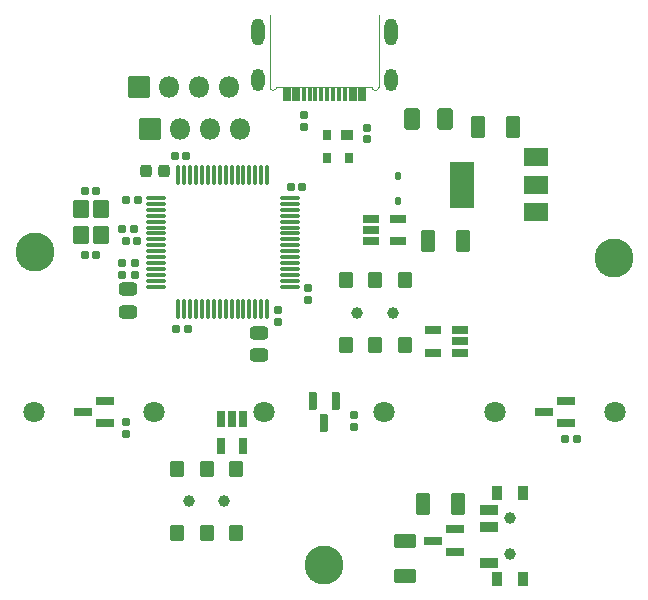
<source format=gbr>
%TF.GenerationSoftware,KiCad,Pcbnew,(7.0.0-0)*%
%TF.CreationDate,2023-03-26T23:48:35-05:00*%
%TF.ProjectId,RP2040_minimal,52503230-3430-45f6-9d69-6e696d616c2e,REV1*%
%TF.SameCoordinates,Original*%
%TF.FileFunction,Soldermask,Top*%
%TF.FilePolarity,Negative*%
%FSLAX46Y46*%
G04 Gerber Fmt 4.6, Leading zero omitted, Abs format (unit mm)*
G04 Created by KiCad (PCBNEW (7.0.0-0)) date 2023-03-26 23:48:35*
%MOMM*%
%LPD*%
G01*
G04 APERTURE LIST*
G04 Aperture macros list*
%AMRoundRect*
0 Rectangle with rounded corners*
0 $1 Rounding radius*
0 $2 $3 $4 $5 $6 $7 $8 $9 X,Y pos of 4 corners*
0 Add a 4 corners polygon primitive as box body*
4,1,4,$2,$3,$4,$5,$6,$7,$8,$9,$2,$3,0*
0 Add four circle primitives for the rounded corners*
1,1,$1+$1,$2,$3*
1,1,$1+$1,$4,$5*
1,1,$1+$1,$6,$7*
1,1,$1+$1,$8,$9*
0 Add four rect primitives between the rounded corners*
20,1,$1+$1,$2,$3,$4,$5,0*
20,1,$1+$1,$4,$5,$6,$7,0*
20,1,$1+$1,$6,$7,$8,$9,0*
20,1,$1+$1,$8,$9,$2,$3,0*%
G04 Aperture macros list end*
%TA.AperFunction,Profile*%
%ADD10C,0.120000*%
%TD*%
%ADD11RoundRect,0.201000X0.512500X0.150000X-0.512500X0.150000X-0.512500X-0.150000X0.512500X-0.150000X0*%
%ADD12RoundRect,0.301000X0.475000X-0.250000X0.475000X0.250000X-0.475000X0.250000X-0.475000X-0.250000X0*%
%ADD13RoundRect,0.276000X0.225000X0.250000X-0.225000X0.250000X-0.225000X-0.250000X0.225000X-0.250000X0*%
%ADD14RoundRect,0.201000X-0.512500X-0.150000X0.512500X-0.150000X0.512500X0.150000X-0.512500X0.150000X0*%
%ADD15RoundRect,0.051000X0.300000X0.575000X-0.300000X0.575000X-0.300000X-0.575000X0.300000X-0.575000X0*%
%ADD16RoundRect,0.051000X0.150000X0.575000X-0.150000X0.575000X-0.150000X-0.575000X0.150000X-0.575000X0*%
%ADD17O,1.102000X1.902000*%
%ADD18O,1.102000X2.302000*%
%ADD19RoundRect,0.191000X0.140000X0.170000X-0.140000X0.170000X-0.140000X-0.170000X0.140000X-0.170000X0*%
%ADD20RoundRect,0.051000X0.400000X-0.500000X0.400000X0.500000X-0.400000X0.500000X-0.400000X-0.500000X0*%
%ADD21C,1.002000*%
%ADD22RoundRect,0.051000X0.750000X-0.350000X0.750000X0.350000X-0.750000X0.350000X-0.750000X-0.350000X0*%
%ADD23RoundRect,0.201000X0.587500X0.150000X-0.587500X0.150000X-0.587500X-0.150000X0.587500X-0.150000X0*%
%ADD24RoundRect,0.051000X-0.600000X0.700000X-0.600000X-0.700000X0.600000X-0.700000X0.600000X0.700000X0*%
%ADD25RoundRect,0.050000X0.500000X0.350000X-0.500000X0.350000X-0.500000X-0.350000X0.500000X-0.350000X0*%
%ADD26RoundRect,0.050000X0.300000X0.350000X-0.300000X0.350000X-0.300000X-0.350000X0.300000X-0.350000X0*%
%ADD27RoundRect,0.301000X-0.325000X-0.650000X0.325000X-0.650000X0.325000X0.650000X-0.325000X0.650000X0*%
%ADD28RoundRect,0.191000X-0.170000X0.140000X-0.170000X-0.140000X0.170000X-0.140000X0.170000X0.140000X0*%
%ADD29RoundRect,0.301000X-0.650000X0.325000X-0.650000X-0.325000X0.650000X-0.325000X0.650000X0.325000X0*%
%ADD30RoundRect,0.051000X0.500000X0.600000X-0.500000X0.600000X-0.500000X-0.600000X0.500000X-0.600000X0*%
%ADD31RoundRect,0.051000X1.000000X0.750000X-1.000000X0.750000X-1.000000X-0.750000X1.000000X-0.750000X0*%
%ADD32RoundRect,0.051000X1.000000X1.900000X-1.000000X1.900000X-1.000000X-1.900000X1.000000X-1.900000X0*%
%ADD33RoundRect,0.191000X0.170000X-0.140000X0.170000X0.140000X-0.170000X0.140000X-0.170000X-0.140000X0*%
%ADD34RoundRect,0.301000X0.325000X0.650000X-0.325000X0.650000X-0.325000X-0.650000X0.325000X-0.650000X0*%
%ADD35RoundRect,0.051000X-0.500000X-0.600000X0.500000X-0.600000X0.500000X0.600000X-0.500000X0.600000X0*%
%ADD36RoundRect,0.191000X-0.140000X-0.170000X0.140000X-0.170000X0.140000X0.170000X-0.140000X0.170000X0*%
%ADD37RoundRect,0.051000X0.850000X-0.850000X0.850000X0.850000X-0.850000X0.850000X-0.850000X-0.850000X0*%
%ADD38O,1.802000X1.802000*%
%ADD39RoundRect,0.186000X0.135000X0.185000X-0.135000X0.185000X-0.135000X-0.185000X0.135000X-0.185000X0*%
%ADD40RoundRect,0.201000X-0.150000X0.587500X-0.150000X-0.587500X0.150000X-0.587500X0.150000X0.587500X0*%
%ADD41RoundRect,0.201000X-0.150000X0.512500X-0.150000X-0.512500X0.150000X-0.512500X0.150000X0.512500X0*%
%ADD42RoundRect,0.163500X0.112500X-0.187500X0.112500X0.187500X-0.112500X0.187500X-0.112500X-0.187500X0*%
%ADD43RoundRect,0.186000X0.185000X-0.135000X0.185000X0.135000X-0.185000X0.135000X-0.185000X-0.135000X0*%
%ADD44RoundRect,0.126000X-0.700000X-0.075000X0.700000X-0.075000X0.700000X0.075000X-0.700000X0.075000X0*%
%ADD45RoundRect,0.126000X-0.075000X-0.700000X0.075000X-0.700000X0.075000X0.700000X-0.075000X0.700000X0*%
%ADD46RoundRect,0.301000X-0.375000X-0.625000X0.375000X-0.625000X0.375000X0.625000X-0.375000X0.625000X0*%
%ADD47RoundRect,0.301000X-0.475000X0.250000X-0.475000X-0.250000X0.475000X-0.250000X0.475000X0.250000X0*%
%ADD48C,3.302000*%
%ADD49C,1.802000*%
G04 APERTURE END LIST*
D10*
%TO.C,P1*%
X4620000Y27520000D02*
X4625000Y33620000D01*
X4025000Y27495000D02*
X-4025000Y27495000D01*
X-4620000Y27520000D02*
X-4625000Y33620000D01*
X4025000Y27495000D02*
G75*
G03*
X4620000Y27520000I297500J12500D01*
G01*
X-4620000Y27520000D02*
G75*
G03*
X-4025000Y27495000I297500J-12500D01*
G01*
%TD*%
D11*
%TO.C,U6*%
X11497500Y5020000D03*
X11497500Y5970000D03*
X11497500Y6920000D03*
X9222500Y6920000D03*
X9222500Y5020000D03*
%TD*%
D12*
%TO.C,FB1*%
X-16630000Y8460000D03*
X-16630000Y10360000D03*
%TD*%
D13*
%TO.C,C1*%
X-13575000Y20400000D03*
X-15125000Y20400000D03*
%TD*%
D14*
%TO.C,Q1*%
X3970000Y16365000D03*
X3970000Y15415000D03*
X3970000Y14465000D03*
X6245000Y14465000D03*
X6245000Y16365000D03*
%TD*%
D15*
%TO.C,P1*%
X3200000Y26895000D03*
X2400000Y26895000D03*
D16*
X1250000Y26895000D03*
X250000Y26895000D03*
X-250000Y26895000D03*
X-1250000Y26895000D03*
D15*
X-2400000Y26895000D03*
X-3200000Y26895000D03*
X-3200000Y26895000D03*
X-2400000Y26895000D03*
D16*
X-1750000Y26895000D03*
X-750000Y26895000D03*
X750000Y26895000D03*
X1750000Y26895000D03*
D15*
X2400000Y26895000D03*
X3200000Y26895000D03*
D17*
X5619999Y28119999D03*
D18*
X5619999Y32119999D03*
D17*
X-5619999Y28119999D03*
D18*
X-5619999Y32119999D03*
%TD*%
D19*
%TO.C,C5*%
X-11580000Y7040000D03*
X-12540000Y7040000D03*
%TD*%
D20*
%TO.C,SW1*%
X14600000Y-14170000D03*
X16810000Y-14170000D03*
D21*
X15710000Y-12020000D03*
X15710000Y-9020000D03*
D20*
X14600000Y-6870000D03*
X16810000Y-6870000D03*
D22*
X13950000Y-12770000D03*
X13950000Y-9770000D03*
X13950000Y-8270000D03*
%TD*%
D23*
%TO.C,U9*%
X20437500Y-950000D03*
X20437500Y950000D03*
X18562500Y0D03*
%TD*%
%TO.C,U2*%
X11037500Y-11860000D03*
X11037500Y-9960000D03*
X9162500Y-10910000D03*
%TD*%
D24*
%TO.C,Y1*%
X-20610000Y17205000D03*
X-20610000Y15005000D03*
X-18910000Y15005000D03*
X-18910000Y17205000D03*
%TD*%
D25*
%TO.C,U3*%
X1910000Y23480000D03*
D26*
X210000Y23480000D03*
X210000Y21480000D03*
X2110000Y21480000D03*
%TD*%
D27*
%TO.C,C9*%
X13015000Y24090000D03*
X15965000Y24090000D03*
%TD*%
D19*
%TO.C,C2*%
X-15810000Y17900000D03*
X-16770000Y17900000D03*
%TD*%
D28*
%TO.C,R1*%
X3600000Y24065000D03*
X3600000Y23105000D03*
%TD*%
D29*
%TO.C,C11*%
X6872500Y-10925000D03*
X6872500Y-13875000D03*
%TD*%
D21*
%TO.C,SW4*%
X5800000Y8370000D03*
X2800000Y8370000D03*
D30*
X6800000Y5620000D03*
X4300000Y5620000D03*
X1800000Y5620000D03*
X6800000Y11120000D03*
X4300000Y11120000D03*
X1800000Y11120000D03*
%TD*%
D31*
%TO.C,U1*%
X17940000Y16940000D03*
X17940000Y19240000D03*
D32*
X11640000Y19240000D03*
D31*
X17940000Y21540000D03*
%TD*%
D33*
%TO.C,C17*%
X-16820000Y-1860000D03*
X-16820000Y-900000D03*
%TD*%
%TO.C,C8*%
X-16070000Y11610000D03*
X-16070000Y12570000D03*
%TD*%
D34*
%TO.C,C10*%
X11735000Y14480000D03*
X8785000Y14480000D03*
%TD*%
D21*
%TO.C,SW2*%
X-11460000Y-7550000D03*
X-8460000Y-7550000D03*
D35*
X-12460000Y-4800000D03*
X-9960000Y-4800000D03*
X-7460000Y-4800000D03*
X-12460000Y-10300000D03*
X-9960000Y-10300000D03*
X-7460000Y-10300000D03*
%TD*%
D36*
%TO.C,C3*%
X-12675000Y21630000D03*
X-11715000Y21630000D03*
%TD*%
D37*
%TO.C,J2*%
X-15680000Y27525000D03*
D38*
X-13139999Y27524999D03*
X-10599999Y27524999D03*
X-8059999Y27524999D03*
%TD*%
D19*
%TO.C,C13*%
X-15850000Y14430000D03*
X-16810000Y14430000D03*
%TD*%
D39*
%TO.C,R5*%
X-16150000Y15490000D03*
X-17170000Y15490000D03*
%TD*%
D40*
%TO.C,U8*%
X950000Y937500D03*
X-950000Y937500D03*
X0Y-937500D03*
%TD*%
D36*
%TO.C,C6*%
X-2850000Y19020000D03*
X-1890000Y19020000D03*
%TD*%
D33*
%TO.C,C19*%
X2510000Y-1260000D03*
X2510000Y-300000D03*
%TD*%
D41*
%TO.C,U4*%
X-6875000Y-600000D03*
X-7825000Y-600000D03*
X-8775000Y-600000D03*
X-8775000Y-2875000D03*
X-6875000Y-2875000D03*
%TD*%
D42*
%TO.C,D1*%
X6240000Y17825000D03*
X6240000Y19925000D03*
%TD*%
D23*
%TO.C,U7*%
X-18562500Y-950000D03*
X-18562500Y950000D03*
X-20437500Y0D03*
%TD*%
D28*
%TO.C,R2*%
X-1758000Y25097000D03*
X-1758000Y24137000D03*
%TD*%
D43*
%TO.C,R4*%
X-1340000Y9450000D03*
X-1340000Y10470000D03*
%TD*%
D33*
%TO.C,C7*%
X-17150000Y11620000D03*
X-17150000Y12580000D03*
%TD*%
D19*
%TO.C,C18*%
X21360000Y-2340000D03*
X20400000Y-2340000D03*
%TD*%
D34*
%TO.C,C12*%
X11307500Y-7830000D03*
X8357500Y-7830000D03*
%TD*%
D19*
%TO.C,C15*%
X-19290000Y13245000D03*
X-20250000Y13245000D03*
%TD*%
D28*
%TO.C,C4*%
X-3890000Y8591041D03*
X-3890000Y7631041D03*
%TD*%
D36*
%TO.C,C14*%
X-20255000Y18725000D03*
X-19295000Y18725000D03*
%TD*%
D44*
%TO.C,U5*%
X-14275000Y18100000D03*
X-14275000Y17600000D03*
X-14275000Y17100000D03*
X-14275000Y16600000D03*
X-14275000Y16100000D03*
X-14275000Y15600000D03*
X-14275000Y15100000D03*
X-14275000Y14600000D03*
X-14275000Y14100000D03*
X-14275000Y13600000D03*
X-14275000Y13100000D03*
X-14275000Y12600000D03*
X-14275000Y12100000D03*
X-14275000Y11600000D03*
X-14275000Y11100000D03*
X-14275000Y10600000D03*
D45*
X-12350000Y8675000D03*
X-11850000Y8675000D03*
X-11350000Y8675000D03*
X-10850000Y8675000D03*
X-10350000Y8675000D03*
X-9850000Y8675000D03*
X-9350000Y8675000D03*
X-8850000Y8675000D03*
X-8350000Y8675000D03*
X-7850000Y8675000D03*
X-7350000Y8675000D03*
X-6850000Y8675000D03*
X-6350000Y8675000D03*
X-5850000Y8675000D03*
X-5350000Y8675000D03*
X-4850000Y8675000D03*
D44*
X-2925000Y10600000D03*
X-2925000Y11100000D03*
X-2925000Y11600000D03*
X-2925000Y12100000D03*
X-2925000Y12600000D03*
X-2925000Y13100000D03*
X-2925000Y13600000D03*
X-2925000Y14100000D03*
X-2925000Y14600000D03*
X-2925000Y15100000D03*
X-2925000Y15600000D03*
X-2925000Y16100000D03*
X-2925000Y16600000D03*
X-2925000Y17100000D03*
X-2925000Y17600000D03*
X-2925000Y18100000D03*
D45*
X-4850000Y20025000D03*
X-5350000Y20025000D03*
X-5850000Y20025000D03*
X-6350000Y20025000D03*
X-6850000Y20025000D03*
X-7350000Y20025000D03*
X-7850000Y20025000D03*
X-8350000Y20025000D03*
X-8850000Y20025000D03*
X-9350000Y20025000D03*
X-9850000Y20025000D03*
X-10350000Y20025000D03*
X-10850000Y20025000D03*
X-11350000Y20025000D03*
X-11850000Y20025000D03*
X-12350000Y20025000D03*
%TD*%
D37*
%TO.C,J1*%
X-14740000Y23910000D03*
D38*
X-12199999Y23909999D03*
X-9659999Y23909999D03*
X-7119999Y23909999D03*
%TD*%
D46*
%TO.C,F1*%
X7450000Y24770000D03*
X10250000Y24770000D03*
%TD*%
D47*
%TO.C,C16*%
X-5540000Y6690000D03*
X-5540000Y4790000D03*
%TD*%
D48*
%TO.C,H3*%
X0Y-13000000D03*
%TD*%
D49*
%TO.C,REF\u002A\u002A*%
X24580000Y0D03*
X14420000Y0D03*
%TD*%
%TO.C,REF\u002A\u002A*%
X5080000Y0D03*
X-5080000Y0D03*
%TD*%
D48*
%TO.C,H2*%
X-24500000Y13500000D03*
%TD*%
%TO.C,H1*%
X24500000Y13000000D03*
%TD*%
D49*
%TO.C,REF\u002A\u002A*%
X-14420000Y0D03*
X-24580000Y0D03*
%TD*%
M02*

</source>
